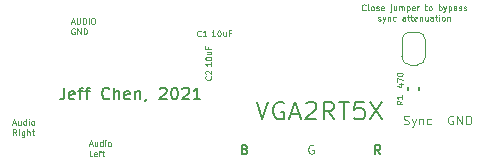
<source format=gbr>
G04 #@! TF.GenerationSoftware,KiCad,Pcbnew,(5.1.10-1-10_14)*
G04 #@! TF.CreationDate,2021-10-22T15:14:23-04:00*
G04 #@! TF.ProjectId,VGA2RT5X,56474132-5254-4355-982e-6b696361645f,1*
G04 #@! TF.SameCoordinates,Original*
G04 #@! TF.FileFunction,Legend,Top*
G04 #@! TF.FilePolarity,Positive*
%FSLAX46Y46*%
G04 Gerber Fmt 4.6, Leading zero omitted, Abs format (unit mm)*
G04 Created by KiCad (PCBNEW (5.1.10-1-10_14)) date 2021-10-22 15:14:23*
%MOMM*%
%LPD*%
G01*
G04 APERTURE LIST*
%ADD10C,0.125000*%
%ADD11C,0.200000*%
%ADD12C,0.127000*%
%ADD13C,0.120000*%
%ADD14C,0.152400*%
%ADD15O,3.117600X1.609600*%
%ADD16C,4.167600*%
%ADD17C,1.801600*%
G04 APERTURE END LIST*
D10*
X147982857Y-94041071D02*
X147959047Y-94064880D01*
X147887619Y-94088690D01*
X147840000Y-94088690D01*
X147768571Y-94064880D01*
X147720952Y-94017261D01*
X147697142Y-93969642D01*
X147673333Y-93874404D01*
X147673333Y-93802976D01*
X147697142Y-93707738D01*
X147720952Y-93660119D01*
X147768571Y-93612500D01*
X147840000Y-93588690D01*
X147887619Y-93588690D01*
X147959047Y-93612500D01*
X147982857Y-93636309D01*
X148268571Y-94088690D02*
X148220952Y-94064880D01*
X148197142Y-94017261D01*
X148197142Y-93588690D01*
X148530476Y-94088690D02*
X148482857Y-94064880D01*
X148459047Y-94041071D01*
X148435238Y-93993452D01*
X148435238Y-93850595D01*
X148459047Y-93802976D01*
X148482857Y-93779166D01*
X148530476Y-93755357D01*
X148601904Y-93755357D01*
X148649523Y-93779166D01*
X148673333Y-93802976D01*
X148697142Y-93850595D01*
X148697142Y-93993452D01*
X148673333Y-94041071D01*
X148649523Y-94064880D01*
X148601904Y-94088690D01*
X148530476Y-94088690D01*
X148887619Y-94064880D02*
X148935238Y-94088690D01*
X149030476Y-94088690D01*
X149078095Y-94064880D01*
X149101904Y-94017261D01*
X149101904Y-93993452D01*
X149078095Y-93945833D01*
X149030476Y-93922023D01*
X148959047Y-93922023D01*
X148911428Y-93898214D01*
X148887619Y-93850595D01*
X148887619Y-93826785D01*
X148911428Y-93779166D01*
X148959047Y-93755357D01*
X149030476Y-93755357D01*
X149078095Y-93779166D01*
X149506666Y-94064880D02*
X149459047Y-94088690D01*
X149363809Y-94088690D01*
X149316190Y-94064880D01*
X149292380Y-94017261D01*
X149292380Y-93826785D01*
X149316190Y-93779166D01*
X149363809Y-93755357D01*
X149459047Y-93755357D01*
X149506666Y-93779166D01*
X149530476Y-93826785D01*
X149530476Y-93874404D01*
X149292380Y-93922023D01*
X150125714Y-93755357D02*
X150125714Y-94183928D01*
X150101904Y-94231547D01*
X150054285Y-94255357D01*
X150030476Y-94255357D01*
X150125714Y-93588690D02*
X150101904Y-93612500D01*
X150125714Y-93636309D01*
X150149523Y-93612500D01*
X150125714Y-93588690D01*
X150125714Y-93636309D01*
X150578095Y-93755357D02*
X150578095Y-94088690D01*
X150363809Y-93755357D02*
X150363809Y-94017261D01*
X150387619Y-94064880D01*
X150435238Y-94088690D01*
X150506666Y-94088690D01*
X150554285Y-94064880D01*
X150578095Y-94041071D01*
X150816190Y-94088690D02*
X150816190Y-93755357D01*
X150816190Y-93802976D02*
X150840000Y-93779166D01*
X150887619Y-93755357D01*
X150959047Y-93755357D01*
X151006666Y-93779166D01*
X151030476Y-93826785D01*
X151030476Y-94088690D01*
X151030476Y-93826785D02*
X151054285Y-93779166D01*
X151101904Y-93755357D01*
X151173333Y-93755357D01*
X151220952Y-93779166D01*
X151244761Y-93826785D01*
X151244761Y-94088690D01*
X151482857Y-93755357D02*
X151482857Y-94255357D01*
X151482857Y-93779166D02*
X151530476Y-93755357D01*
X151625714Y-93755357D01*
X151673333Y-93779166D01*
X151697142Y-93802976D01*
X151720952Y-93850595D01*
X151720952Y-93993452D01*
X151697142Y-94041071D01*
X151673333Y-94064880D01*
X151625714Y-94088690D01*
X151530476Y-94088690D01*
X151482857Y-94064880D01*
X152125714Y-94064880D02*
X152078095Y-94088690D01*
X151982857Y-94088690D01*
X151935238Y-94064880D01*
X151911428Y-94017261D01*
X151911428Y-93826785D01*
X151935238Y-93779166D01*
X151982857Y-93755357D01*
X152078095Y-93755357D01*
X152125714Y-93779166D01*
X152149523Y-93826785D01*
X152149523Y-93874404D01*
X151911428Y-93922023D01*
X152363809Y-94088690D02*
X152363809Y-93755357D01*
X152363809Y-93850595D02*
X152387619Y-93802976D01*
X152411428Y-93779166D01*
X152459047Y-93755357D01*
X152506666Y-93755357D01*
X152982857Y-93755357D02*
X153173333Y-93755357D01*
X153054285Y-93588690D02*
X153054285Y-94017261D01*
X153078095Y-94064880D01*
X153125714Y-94088690D01*
X153173333Y-94088690D01*
X153411428Y-94088690D02*
X153363809Y-94064880D01*
X153340000Y-94041071D01*
X153316190Y-93993452D01*
X153316190Y-93850595D01*
X153340000Y-93802976D01*
X153363809Y-93779166D01*
X153411428Y-93755357D01*
X153482857Y-93755357D01*
X153530476Y-93779166D01*
X153554285Y-93802976D01*
X153578095Y-93850595D01*
X153578095Y-93993452D01*
X153554285Y-94041071D01*
X153530476Y-94064880D01*
X153482857Y-94088690D01*
X153411428Y-94088690D01*
X154173333Y-94088690D02*
X154173333Y-93588690D01*
X154173333Y-93779166D02*
X154220952Y-93755357D01*
X154316190Y-93755357D01*
X154363809Y-93779166D01*
X154387619Y-93802976D01*
X154411428Y-93850595D01*
X154411428Y-93993452D01*
X154387619Y-94041071D01*
X154363809Y-94064880D01*
X154316190Y-94088690D01*
X154220952Y-94088690D01*
X154173333Y-94064880D01*
X154578095Y-93755357D02*
X154697142Y-94088690D01*
X154816190Y-93755357D02*
X154697142Y-94088690D01*
X154649523Y-94207738D01*
X154625714Y-94231547D01*
X154578095Y-94255357D01*
X155006666Y-93755357D02*
X155006666Y-94255357D01*
X155006666Y-93779166D02*
X155054285Y-93755357D01*
X155149523Y-93755357D01*
X155197142Y-93779166D01*
X155220952Y-93802976D01*
X155244761Y-93850595D01*
X155244761Y-93993452D01*
X155220952Y-94041071D01*
X155197142Y-94064880D01*
X155149523Y-94088690D01*
X155054285Y-94088690D01*
X155006666Y-94064880D01*
X155673333Y-94088690D02*
X155673333Y-93826785D01*
X155649523Y-93779166D01*
X155601904Y-93755357D01*
X155506666Y-93755357D01*
X155459047Y-93779166D01*
X155673333Y-94064880D02*
X155625714Y-94088690D01*
X155506666Y-94088690D01*
X155459047Y-94064880D01*
X155435238Y-94017261D01*
X155435238Y-93969642D01*
X155459047Y-93922023D01*
X155506666Y-93898214D01*
X155625714Y-93898214D01*
X155673333Y-93874404D01*
X155887619Y-94064880D02*
X155935238Y-94088690D01*
X156030476Y-94088690D01*
X156078095Y-94064880D01*
X156101904Y-94017261D01*
X156101904Y-93993452D01*
X156078095Y-93945833D01*
X156030476Y-93922023D01*
X155959047Y-93922023D01*
X155911428Y-93898214D01*
X155887619Y-93850595D01*
X155887619Y-93826785D01*
X155911428Y-93779166D01*
X155959047Y-93755357D01*
X156030476Y-93755357D01*
X156078095Y-93779166D01*
X156292380Y-94064880D02*
X156340000Y-94088690D01*
X156435238Y-94088690D01*
X156482857Y-94064880D01*
X156506666Y-94017261D01*
X156506666Y-93993452D01*
X156482857Y-93945833D01*
X156435238Y-93922023D01*
X156363809Y-93922023D01*
X156316190Y-93898214D01*
X156292380Y-93850595D01*
X156292380Y-93826785D01*
X156316190Y-93779166D01*
X156363809Y-93755357D01*
X156435238Y-93755357D01*
X156482857Y-93779166D01*
X149042380Y-94939880D02*
X149090000Y-94963690D01*
X149185238Y-94963690D01*
X149232857Y-94939880D01*
X149256666Y-94892261D01*
X149256666Y-94868452D01*
X149232857Y-94820833D01*
X149185238Y-94797023D01*
X149113809Y-94797023D01*
X149066190Y-94773214D01*
X149042380Y-94725595D01*
X149042380Y-94701785D01*
X149066190Y-94654166D01*
X149113809Y-94630357D01*
X149185238Y-94630357D01*
X149232857Y-94654166D01*
X149423333Y-94630357D02*
X149542380Y-94963690D01*
X149661428Y-94630357D02*
X149542380Y-94963690D01*
X149494761Y-95082738D01*
X149470952Y-95106547D01*
X149423333Y-95130357D01*
X149851904Y-94630357D02*
X149851904Y-94963690D01*
X149851904Y-94677976D02*
X149875714Y-94654166D01*
X149923333Y-94630357D01*
X149994761Y-94630357D01*
X150042380Y-94654166D01*
X150066190Y-94701785D01*
X150066190Y-94963690D01*
X150518571Y-94939880D02*
X150470952Y-94963690D01*
X150375714Y-94963690D01*
X150328095Y-94939880D01*
X150304285Y-94916071D01*
X150280476Y-94868452D01*
X150280476Y-94725595D01*
X150304285Y-94677976D01*
X150328095Y-94654166D01*
X150375714Y-94630357D01*
X150470952Y-94630357D01*
X150518571Y-94654166D01*
X151328095Y-94963690D02*
X151328095Y-94701785D01*
X151304285Y-94654166D01*
X151256666Y-94630357D01*
X151161428Y-94630357D01*
X151113809Y-94654166D01*
X151328095Y-94939880D02*
X151280476Y-94963690D01*
X151161428Y-94963690D01*
X151113809Y-94939880D01*
X151090000Y-94892261D01*
X151090000Y-94844642D01*
X151113809Y-94797023D01*
X151161428Y-94773214D01*
X151280476Y-94773214D01*
X151328095Y-94749404D01*
X151494761Y-94630357D02*
X151685238Y-94630357D01*
X151566190Y-94463690D02*
X151566190Y-94892261D01*
X151590000Y-94939880D01*
X151637619Y-94963690D01*
X151685238Y-94963690D01*
X151780476Y-94630357D02*
X151970952Y-94630357D01*
X151851904Y-94463690D02*
X151851904Y-94892261D01*
X151875714Y-94939880D01*
X151923333Y-94963690D01*
X151970952Y-94963690D01*
X152328095Y-94939880D02*
X152280476Y-94963690D01*
X152185238Y-94963690D01*
X152137619Y-94939880D01*
X152113809Y-94892261D01*
X152113809Y-94701785D01*
X152137619Y-94654166D01*
X152185238Y-94630357D01*
X152280476Y-94630357D01*
X152328095Y-94654166D01*
X152351904Y-94701785D01*
X152351904Y-94749404D01*
X152113809Y-94797023D01*
X152566190Y-94630357D02*
X152566190Y-94963690D01*
X152566190Y-94677976D02*
X152590000Y-94654166D01*
X152637619Y-94630357D01*
X152709047Y-94630357D01*
X152756666Y-94654166D01*
X152780476Y-94701785D01*
X152780476Y-94963690D01*
X153232857Y-94630357D02*
X153232857Y-94963690D01*
X153018571Y-94630357D02*
X153018571Y-94892261D01*
X153042380Y-94939880D01*
X153090000Y-94963690D01*
X153161428Y-94963690D01*
X153209047Y-94939880D01*
X153232857Y-94916071D01*
X153685238Y-94963690D02*
X153685238Y-94701785D01*
X153661428Y-94654166D01*
X153613809Y-94630357D01*
X153518571Y-94630357D01*
X153470952Y-94654166D01*
X153685238Y-94939880D02*
X153637619Y-94963690D01*
X153518571Y-94963690D01*
X153470952Y-94939880D01*
X153447142Y-94892261D01*
X153447142Y-94844642D01*
X153470952Y-94797023D01*
X153518571Y-94773214D01*
X153637619Y-94773214D01*
X153685238Y-94749404D01*
X153851904Y-94630357D02*
X154042380Y-94630357D01*
X153923333Y-94463690D02*
X153923333Y-94892261D01*
X153947142Y-94939880D01*
X153994761Y-94963690D01*
X154042380Y-94963690D01*
X154209047Y-94963690D02*
X154209047Y-94630357D01*
X154209047Y-94463690D02*
X154185238Y-94487500D01*
X154209047Y-94511309D01*
X154232857Y-94487500D01*
X154209047Y-94463690D01*
X154209047Y-94511309D01*
X154518571Y-94963690D02*
X154470952Y-94939880D01*
X154447142Y-94916071D01*
X154423333Y-94868452D01*
X154423333Y-94725595D01*
X154447142Y-94677976D01*
X154470952Y-94654166D01*
X154518571Y-94630357D01*
X154590000Y-94630357D01*
X154637619Y-94654166D01*
X154661428Y-94677976D01*
X154685238Y-94725595D01*
X154685238Y-94868452D01*
X154661428Y-94916071D01*
X154637619Y-94939880D01*
X154590000Y-94963690D01*
X154518571Y-94963690D01*
X154899523Y-94630357D02*
X154899523Y-94963690D01*
X154899523Y-94677976D02*
X154923333Y-94654166D01*
X154970952Y-94630357D01*
X155042380Y-94630357D01*
X155090000Y-94654166D01*
X155113809Y-94701785D01*
X155113809Y-94963690D01*
X150792857Y-100350952D02*
X151126190Y-100350952D01*
X150602380Y-100470000D02*
X150959523Y-100589047D01*
X150959523Y-100279523D01*
X150626190Y-100136666D02*
X150626190Y-99803333D01*
X151126190Y-100017619D01*
X150626190Y-99517619D02*
X150626190Y-99470000D01*
X150650000Y-99422380D01*
X150673809Y-99398571D01*
X150721428Y-99374761D01*
X150816666Y-99350952D01*
X150935714Y-99350952D01*
X151030952Y-99374761D01*
X151078571Y-99398571D01*
X151102380Y-99422380D01*
X151126190Y-99470000D01*
X151126190Y-99517619D01*
X151102380Y-99565238D01*
X151078571Y-99589047D01*
X151030952Y-99612857D01*
X150935714Y-99636666D01*
X150816666Y-99636666D01*
X150721428Y-99612857D01*
X150673809Y-99589047D01*
X150650000Y-99565238D01*
X150626190Y-99517619D01*
D11*
X122474761Y-100622380D02*
X122474761Y-101336666D01*
X122427142Y-101479523D01*
X122331904Y-101574761D01*
X122189047Y-101622380D01*
X122093809Y-101622380D01*
X123331904Y-101574761D02*
X123236666Y-101622380D01*
X123046190Y-101622380D01*
X122950952Y-101574761D01*
X122903333Y-101479523D01*
X122903333Y-101098571D01*
X122950952Y-101003333D01*
X123046190Y-100955714D01*
X123236666Y-100955714D01*
X123331904Y-101003333D01*
X123379523Y-101098571D01*
X123379523Y-101193809D01*
X122903333Y-101289047D01*
X123665238Y-100955714D02*
X124046190Y-100955714D01*
X123808095Y-101622380D02*
X123808095Y-100765238D01*
X123855714Y-100670000D01*
X123950952Y-100622380D01*
X124046190Y-100622380D01*
X124236666Y-100955714D02*
X124617619Y-100955714D01*
X124379523Y-101622380D02*
X124379523Y-100765238D01*
X124427142Y-100670000D01*
X124522380Y-100622380D01*
X124617619Y-100622380D01*
X126284285Y-101527142D02*
X126236666Y-101574761D01*
X126093809Y-101622380D01*
X125998571Y-101622380D01*
X125855714Y-101574761D01*
X125760476Y-101479523D01*
X125712857Y-101384285D01*
X125665238Y-101193809D01*
X125665238Y-101050952D01*
X125712857Y-100860476D01*
X125760476Y-100765238D01*
X125855714Y-100670000D01*
X125998571Y-100622380D01*
X126093809Y-100622380D01*
X126236666Y-100670000D01*
X126284285Y-100717619D01*
X126712857Y-101622380D02*
X126712857Y-100622380D01*
X127141428Y-101622380D02*
X127141428Y-101098571D01*
X127093809Y-101003333D01*
X126998571Y-100955714D01*
X126855714Y-100955714D01*
X126760476Y-101003333D01*
X126712857Y-101050952D01*
X127998571Y-101574761D02*
X127903333Y-101622380D01*
X127712857Y-101622380D01*
X127617619Y-101574761D01*
X127570000Y-101479523D01*
X127570000Y-101098571D01*
X127617619Y-101003333D01*
X127712857Y-100955714D01*
X127903333Y-100955714D01*
X127998571Y-101003333D01*
X128046190Y-101098571D01*
X128046190Y-101193809D01*
X127570000Y-101289047D01*
X128474761Y-100955714D02*
X128474761Y-101622380D01*
X128474761Y-101050952D02*
X128522380Y-101003333D01*
X128617619Y-100955714D01*
X128760476Y-100955714D01*
X128855714Y-101003333D01*
X128903333Y-101098571D01*
X128903333Y-101622380D01*
X129427142Y-101574761D02*
X129427142Y-101622380D01*
X129379523Y-101717619D01*
X129331904Y-101765238D01*
X130570000Y-100717619D02*
X130617619Y-100670000D01*
X130712857Y-100622380D01*
X130950952Y-100622380D01*
X131046190Y-100670000D01*
X131093809Y-100717619D01*
X131141428Y-100812857D01*
X131141428Y-100908095D01*
X131093809Y-101050952D01*
X130522380Y-101622380D01*
X131141428Y-101622380D01*
X131760476Y-100622380D02*
X131855714Y-100622380D01*
X131950952Y-100670000D01*
X131998571Y-100717619D01*
X132046190Y-100812857D01*
X132093809Y-101003333D01*
X132093809Y-101241428D01*
X132046190Y-101431904D01*
X131998571Y-101527142D01*
X131950952Y-101574761D01*
X131855714Y-101622380D01*
X131760476Y-101622380D01*
X131665238Y-101574761D01*
X131617619Y-101527142D01*
X131570000Y-101431904D01*
X131522380Y-101241428D01*
X131522380Y-101003333D01*
X131570000Y-100812857D01*
X131617619Y-100717619D01*
X131665238Y-100670000D01*
X131760476Y-100622380D01*
X132474761Y-100717619D02*
X132522380Y-100670000D01*
X132617619Y-100622380D01*
X132855714Y-100622380D01*
X132950952Y-100670000D01*
X132998571Y-100717619D01*
X133046190Y-100812857D01*
X133046190Y-100908095D01*
X132998571Y-101050952D01*
X132427142Y-101622380D01*
X133046190Y-101622380D01*
X133998571Y-101622380D02*
X133427142Y-101622380D01*
X133712857Y-101622380D02*
X133712857Y-100622380D01*
X133617619Y-100765238D01*
X133522380Y-100860476D01*
X133427142Y-100908095D01*
X138752857Y-101818571D02*
X139252857Y-103318571D01*
X139752857Y-101818571D01*
X141038571Y-101890000D02*
X140895714Y-101818571D01*
X140681428Y-101818571D01*
X140467142Y-101890000D01*
X140324285Y-102032857D01*
X140252857Y-102175714D01*
X140181428Y-102461428D01*
X140181428Y-102675714D01*
X140252857Y-102961428D01*
X140324285Y-103104285D01*
X140467142Y-103247142D01*
X140681428Y-103318571D01*
X140824285Y-103318571D01*
X141038571Y-103247142D01*
X141110000Y-103175714D01*
X141110000Y-102675714D01*
X140824285Y-102675714D01*
X141681428Y-102890000D02*
X142395714Y-102890000D01*
X141538571Y-103318571D02*
X142038571Y-101818571D01*
X142538571Y-103318571D01*
X142967142Y-101961428D02*
X143038571Y-101890000D01*
X143181428Y-101818571D01*
X143538571Y-101818571D01*
X143681428Y-101890000D01*
X143752857Y-101961428D01*
X143824285Y-102104285D01*
X143824285Y-102247142D01*
X143752857Y-102461428D01*
X142895714Y-103318571D01*
X143824285Y-103318571D01*
X145324285Y-103318571D02*
X144824285Y-102604285D01*
X144467142Y-103318571D02*
X144467142Y-101818571D01*
X145038571Y-101818571D01*
X145181428Y-101890000D01*
X145252857Y-101961428D01*
X145324285Y-102104285D01*
X145324285Y-102318571D01*
X145252857Y-102461428D01*
X145181428Y-102532857D01*
X145038571Y-102604285D01*
X144467142Y-102604285D01*
X145752857Y-101818571D02*
X146610000Y-101818571D01*
X146181428Y-103318571D02*
X146181428Y-101818571D01*
X147824285Y-101818571D02*
X147110000Y-101818571D01*
X147038571Y-102532857D01*
X147110000Y-102461428D01*
X147252857Y-102390000D01*
X147610000Y-102390000D01*
X147752857Y-102461428D01*
X147824285Y-102532857D01*
X147895714Y-102675714D01*
X147895714Y-103032857D01*
X147824285Y-103175714D01*
X147752857Y-103247142D01*
X147610000Y-103318571D01*
X147252857Y-103318571D01*
X147110000Y-103247142D01*
X147038571Y-103175714D01*
X148395714Y-101818571D02*
X149395714Y-103318571D01*
X149395714Y-101818571D02*
X148395714Y-103318571D01*
D10*
X151209285Y-103713571D02*
X151316428Y-103749285D01*
X151495000Y-103749285D01*
X151566428Y-103713571D01*
X151602142Y-103677857D01*
X151637857Y-103606428D01*
X151637857Y-103535000D01*
X151602142Y-103463571D01*
X151566428Y-103427857D01*
X151495000Y-103392142D01*
X151352142Y-103356428D01*
X151280714Y-103320714D01*
X151245000Y-103285000D01*
X151209285Y-103213571D01*
X151209285Y-103142142D01*
X151245000Y-103070714D01*
X151280714Y-103035000D01*
X151352142Y-102999285D01*
X151530714Y-102999285D01*
X151637857Y-103035000D01*
X151887857Y-103249285D02*
X152066428Y-103749285D01*
X152245000Y-103249285D02*
X152066428Y-103749285D01*
X151995000Y-103927857D01*
X151959285Y-103963571D01*
X151887857Y-103999285D01*
X152530714Y-103249285D02*
X152530714Y-103749285D01*
X152530714Y-103320714D02*
X152566428Y-103285000D01*
X152637857Y-103249285D01*
X152745000Y-103249285D01*
X152816428Y-103285000D01*
X152852142Y-103356428D01*
X152852142Y-103749285D01*
X153530714Y-103713571D02*
X153459285Y-103749285D01*
X153316428Y-103749285D01*
X153245000Y-103713571D01*
X153209285Y-103677857D01*
X153173571Y-103606428D01*
X153173571Y-103392142D01*
X153209285Y-103320714D01*
X153245000Y-103285000D01*
X153316428Y-103249285D01*
X153459285Y-103249285D01*
X153530714Y-103285000D01*
X155378571Y-103035000D02*
X155307142Y-102999285D01*
X155200000Y-102999285D01*
X155092857Y-103035000D01*
X155021428Y-103106428D01*
X154985714Y-103177857D01*
X154950000Y-103320714D01*
X154950000Y-103427857D01*
X154985714Y-103570714D01*
X155021428Y-103642142D01*
X155092857Y-103713571D01*
X155200000Y-103749285D01*
X155271428Y-103749285D01*
X155378571Y-103713571D01*
X155414285Y-103677857D01*
X155414285Y-103427857D01*
X155271428Y-103427857D01*
X155735714Y-103749285D02*
X155735714Y-102999285D01*
X156164285Y-103749285D01*
X156164285Y-102999285D01*
X156521428Y-103749285D02*
X156521428Y-102999285D01*
X156700000Y-102999285D01*
X156807142Y-103035000D01*
X156878571Y-103106428D01*
X156914285Y-103177857D01*
X156950000Y-103320714D01*
X156950000Y-103427857D01*
X156914285Y-103570714D01*
X156878571Y-103642142D01*
X156807142Y-103713571D01*
X156700000Y-103749285D01*
X156521428Y-103749285D01*
D12*
X149242142Y-106239285D02*
X148992142Y-105882142D01*
X148813571Y-106239285D02*
X148813571Y-105489285D01*
X149099285Y-105489285D01*
X149170714Y-105525000D01*
X149206428Y-105560714D01*
X149242142Y-105632142D01*
X149242142Y-105739285D01*
X149206428Y-105810714D01*
X149170714Y-105846428D01*
X149099285Y-105882142D01*
X148813571Y-105882142D01*
D10*
X143566428Y-105525500D02*
X143495000Y-105489785D01*
X143387857Y-105489785D01*
X143280714Y-105525500D01*
X143209285Y-105596928D01*
X143173571Y-105668357D01*
X143137857Y-105811214D01*
X143137857Y-105918357D01*
X143173571Y-106061214D01*
X143209285Y-106132642D01*
X143280714Y-106204071D01*
X143387857Y-106239785D01*
X143459285Y-106239785D01*
X143566428Y-106204071D01*
X143602142Y-106168357D01*
X143602142Y-105918357D01*
X143459285Y-105918357D01*
D12*
X137783571Y-105846428D02*
X137890714Y-105882142D01*
X137926428Y-105917857D01*
X137962142Y-105989285D01*
X137962142Y-106096428D01*
X137926428Y-106167857D01*
X137890714Y-106203571D01*
X137819285Y-106239285D01*
X137533571Y-106239285D01*
X137533571Y-105489285D01*
X137783571Y-105489285D01*
X137855000Y-105525000D01*
X137890714Y-105560714D01*
X137926428Y-105632142D01*
X137926428Y-105703571D01*
X137890714Y-105775000D01*
X137855000Y-105810714D01*
X137783571Y-105846428D01*
X137533571Y-105846428D01*
D10*
X134926190Y-98495714D02*
X134926190Y-98781428D01*
X134926190Y-98638571D02*
X134426190Y-98638571D01*
X134497619Y-98686190D01*
X134545238Y-98733809D01*
X134569047Y-98781428D01*
X134426190Y-98186190D02*
X134426190Y-98138571D01*
X134450000Y-98090952D01*
X134473809Y-98067142D01*
X134521428Y-98043333D01*
X134616666Y-98019523D01*
X134735714Y-98019523D01*
X134830952Y-98043333D01*
X134878571Y-98067142D01*
X134902380Y-98090952D01*
X134926190Y-98138571D01*
X134926190Y-98186190D01*
X134902380Y-98233809D01*
X134878571Y-98257619D01*
X134830952Y-98281428D01*
X134735714Y-98305238D01*
X134616666Y-98305238D01*
X134521428Y-98281428D01*
X134473809Y-98257619D01*
X134450000Y-98233809D01*
X134426190Y-98186190D01*
X134592857Y-97590952D02*
X134926190Y-97590952D01*
X134592857Y-97805238D02*
X134854761Y-97805238D01*
X134902380Y-97781428D01*
X134926190Y-97733809D01*
X134926190Y-97662380D01*
X134902380Y-97614761D01*
X134878571Y-97590952D01*
X134664285Y-97186190D02*
X134664285Y-97352857D01*
X134926190Y-97352857D02*
X134426190Y-97352857D01*
X134426190Y-97114761D01*
X135244285Y-96286190D02*
X134958571Y-96286190D01*
X135101428Y-96286190D02*
X135101428Y-95786190D01*
X135053809Y-95857619D01*
X135006190Y-95905238D01*
X134958571Y-95929047D01*
X135553809Y-95786190D02*
X135601428Y-95786190D01*
X135649047Y-95810000D01*
X135672857Y-95833809D01*
X135696666Y-95881428D01*
X135720476Y-95976666D01*
X135720476Y-96095714D01*
X135696666Y-96190952D01*
X135672857Y-96238571D01*
X135649047Y-96262380D01*
X135601428Y-96286190D01*
X135553809Y-96286190D01*
X135506190Y-96262380D01*
X135482380Y-96238571D01*
X135458571Y-96190952D01*
X135434761Y-96095714D01*
X135434761Y-95976666D01*
X135458571Y-95881428D01*
X135482380Y-95833809D01*
X135506190Y-95810000D01*
X135553809Y-95786190D01*
X136149047Y-95952857D02*
X136149047Y-96286190D01*
X135934761Y-95952857D02*
X135934761Y-96214761D01*
X135958571Y-96262380D01*
X136006190Y-96286190D01*
X136077619Y-96286190D01*
X136125238Y-96262380D01*
X136149047Y-96238571D01*
X136553809Y-96024285D02*
X136387142Y-96024285D01*
X136387142Y-96286190D02*
X136387142Y-95786190D01*
X136625238Y-95786190D01*
X124596488Y-105435833D02*
X124834583Y-105435833D01*
X124548869Y-105578690D02*
X124715535Y-105078690D01*
X124882202Y-105578690D01*
X125263154Y-105245357D02*
X125263154Y-105578690D01*
X125048869Y-105245357D02*
X125048869Y-105507261D01*
X125072678Y-105554880D01*
X125120297Y-105578690D01*
X125191726Y-105578690D01*
X125239345Y-105554880D01*
X125263154Y-105531071D01*
X125715535Y-105578690D02*
X125715535Y-105078690D01*
X125715535Y-105554880D02*
X125667916Y-105578690D01*
X125572678Y-105578690D01*
X125525059Y-105554880D01*
X125501250Y-105531071D01*
X125477440Y-105483452D01*
X125477440Y-105340595D01*
X125501250Y-105292976D01*
X125525059Y-105269166D01*
X125572678Y-105245357D01*
X125667916Y-105245357D01*
X125715535Y-105269166D01*
X125953630Y-105578690D02*
X125953630Y-105245357D01*
X125953630Y-105078690D02*
X125929821Y-105102500D01*
X125953630Y-105126309D01*
X125977440Y-105102500D01*
X125953630Y-105078690D01*
X125953630Y-105126309D01*
X126263154Y-105578690D02*
X126215535Y-105554880D01*
X126191726Y-105531071D01*
X126167916Y-105483452D01*
X126167916Y-105340595D01*
X126191726Y-105292976D01*
X126215535Y-105269166D01*
X126263154Y-105245357D01*
X126334583Y-105245357D01*
X126382202Y-105269166D01*
X126406011Y-105292976D01*
X126429821Y-105340595D01*
X126429821Y-105483452D01*
X126406011Y-105531071D01*
X126382202Y-105554880D01*
X126334583Y-105578690D01*
X126263154Y-105578690D01*
X124858392Y-106453690D02*
X124620297Y-106453690D01*
X124620297Y-105953690D01*
X125215535Y-106429880D02*
X125167916Y-106453690D01*
X125072678Y-106453690D01*
X125025059Y-106429880D01*
X125001250Y-106382261D01*
X125001250Y-106191785D01*
X125025059Y-106144166D01*
X125072678Y-106120357D01*
X125167916Y-106120357D01*
X125215535Y-106144166D01*
X125239345Y-106191785D01*
X125239345Y-106239404D01*
X125001250Y-106287023D01*
X125382202Y-106120357D02*
X125572678Y-106120357D01*
X125453630Y-106453690D02*
X125453630Y-106025119D01*
X125477440Y-105977500D01*
X125525059Y-105953690D01*
X125572678Y-105953690D01*
X125667916Y-106120357D02*
X125858392Y-106120357D01*
X125739345Y-105953690D02*
X125739345Y-106382261D01*
X125763154Y-106429880D01*
X125810773Y-106453690D01*
X125858392Y-106453690D01*
X118116488Y-103635833D02*
X118354583Y-103635833D01*
X118068869Y-103778690D02*
X118235535Y-103278690D01*
X118402202Y-103778690D01*
X118783154Y-103445357D02*
X118783154Y-103778690D01*
X118568869Y-103445357D02*
X118568869Y-103707261D01*
X118592678Y-103754880D01*
X118640297Y-103778690D01*
X118711726Y-103778690D01*
X118759345Y-103754880D01*
X118783154Y-103731071D01*
X119235535Y-103778690D02*
X119235535Y-103278690D01*
X119235535Y-103754880D02*
X119187916Y-103778690D01*
X119092678Y-103778690D01*
X119045059Y-103754880D01*
X119021250Y-103731071D01*
X118997440Y-103683452D01*
X118997440Y-103540595D01*
X119021250Y-103492976D01*
X119045059Y-103469166D01*
X119092678Y-103445357D01*
X119187916Y-103445357D01*
X119235535Y-103469166D01*
X119473630Y-103778690D02*
X119473630Y-103445357D01*
X119473630Y-103278690D02*
X119449821Y-103302500D01*
X119473630Y-103326309D01*
X119497440Y-103302500D01*
X119473630Y-103278690D01*
X119473630Y-103326309D01*
X119783154Y-103778690D02*
X119735535Y-103754880D01*
X119711726Y-103731071D01*
X119687916Y-103683452D01*
X119687916Y-103540595D01*
X119711726Y-103492976D01*
X119735535Y-103469166D01*
X119783154Y-103445357D01*
X119854583Y-103445357D01*
X119902202Y-103469166D01*
X119926011Y-103492976D01*
X119949821Y-103540595D01*
X119949821Y-103683452D01*
X119926011Y-103731071D01*
X119902202Y-103754880D01*
X119854583Y-103778690D01*
X119783154Y-103778690D01*
X118426011Y-104653690D02*
X118259345Y-104415595D01*
X118140297Y-104653690D02*
X118140297Y-104153690D01*
X118330773Y-104153690D01*
X118378392Y-104177500D01*
X118402202Y-104201309D01*
X118426011Y-104248928D01*
X118426011Y-104320357D01*
X118402202Y-104367976D01*
X118378392Y-104391785D01*
X118330773Y-104415595D01*
X118140297Y-104415595D01*
X118640297Y-104653690D02*
X118640297Y-104320357D01*
X118640297Y-104153690D02*
X118616488Y-104177500D01*
X118640297Y-104201309D01*
X118664107Y-104177500D01*
X118640297Y-104153690D01*
X118640297Y-104201309D01*
X119092678Y-104320357D02*
X119092678Y-104725119D01*
X119068869Y-104772738D01*
X119045059Y-104796547D01*
X118997440Y-104820357D01*
X118926011Y-104820357D01*
X118878392Y-104796547D01*
X119092678Y-104629880D02*
X119045059Y-104653690D01*
X118949821Y-104653690D01*
X118902202Y-104629880D01*
X118878392Y-104606071D01*
X118854583Y-104558452D01*
X118854583Y-104415595D01*
X118878392Y-104367976D01*
X118902202Y-104344166D01*
X118949821Y-104320357D01*
X119045059Y-104320357D01*
X119092678Y-104344166D01*
X119330773Y-104653690D02*
X119330773Y-104153690D01*
X119545059Y-104653690D02*
X119545059Y-104391785D01*
X119521250Y-104344166D01*
X119473630Y-104320357D01*
X119402202Y-104320357D01*
X119354583Y-104344166D01*
X119330773Y-104367976D01*
X119711726Y-104320357D02*
X119902202Y-104320357D01*
X119783154Y-104153690D02*
X119783154Y-104582261D01*
X119806964Y-104629880D01*
X119854583Y-104653690D01*
X119902202Y-104653690D01*
X123056488Y-95095833D02*
X123294583Y-95095833D01*
X123008869Y-95238690D02*
X123175535Y-94738690D01*
X123342202Y-95238690D01*
X123508869Y-94738690D02*
X123508869Y-95143452D01*
X123532678Y-95191071D01*
X123556488Y-95214880D01*
X123604107Y-95238690D01*
X123699345Y-95238690D01*
X123746964Y-95214880D01*
X123770773Y-95191071D01*
X123794583Y-95143452D01*
X123794583Y-94738690D01*
X124032678Y-95238690D02*
X124032678Y-94738690D01*
X124151726Y-94738690D01*
X124223154Y-94762500D01*
X124270773Y-94810119D01*
X124294583Y-94857738D01*
X124318392Y-94952976D01*
X124318392Y-95024404D01*
X124294583Y-95119642D01*
X124270773Y-95167261D01*
X124223154Y-95214880D01*
X124151726Y-95238690D01*
X124032678Y-95238690D01*
X124532678Y-95238690D02*
X124532678Y-94738690D01*
X124866011Y-94738690D02*
X124961250Y-94738690D01*
X125008869Y-94762500D01*
X125056488Y-94810119D01*
X125080297Y-94905357D01*
X125080297Y-95072023D01*
X125056488Y-95167261D01*
X125008869Y-95214880D01*
X124961250Y-95238690D01*
X124866011Y-95238690D01*
X124818392Y-95214880D01*
X124770773Y-95167261D01*
X124746964Y-95072023D01*
X124746964Y-94905357D01*
X124770773Y-94810119D01*
X124818392Y-94762500D01*
X124866011Y-94738690D01*
X123342202Y-95637500D02*
X123294583Y-95613690D01*
X123223154Y-95613690D01*
X123151726Y-95637500D01*
X123104107Y-95685119D01*
X123080297Y-95732738D01*
X123056488Y-95827976D01*
X123056488Y-95899404D01*
X123080297Y-95994642D01*
X123104107Y-96042261D01*
X123151726Y-96089880D01*
X123223154Y-96113690D01*
X123270773Y-96113690D01*
X123342202Y-96089880D01*
X123366011Y-96066071D01*
X123366011Y-95899404D01*
X123270773Y-95899404D01*
X123580297Y-96113690D02*
X123580297Y-95613690D01*
X123866011Y-96113690D01*
X123866011Y-95613690D01*
X124104107Y-96113690D02*
X124104107Y-95613690D01*
X124223154Y-95613690D01*
X124294583Y-95637500D01*
X124342202Y-95685119D01*
X124366011Y-95732738D01*
X124389821Y-95827976D01*
X124389821Y-95899404D01*
X124366011Y-95994642D01*
X124342202Y-96042261D01*
X124294583Y-96089880D01*
X124223154Y-96113690D01*
X124104107Y-96113690D01*
D13*
X151050000Y-98010000D02*
X151050000Y-96610000D01*
X151750000Y-95910000D02*
X152350000Y-95910000D01*
X153050000Y-96610000D02*
X153050000Y-98010000D01*
X152350000Y-98710000D02*
X151750000Y-98710000D01*
X151750000Y-98710000D02*
G75*
G02*
X151050000Y-98010000I0J700000D01*
G01*
X153050000Y-98010000D02*
G75*
G02*
X152350000Y-98710000I-700000J0D01*
G01*
X152350000Y-95910000D02*
G75*
G02*
X153050000Y-96610000I0J-700000D01*
G01*
X151050000Y-96610000D02*
G75*
G02*
X151750000Y-95910000I700000J0D01*
G01*
D12*
X151610000Y-100570000D02*
X151610000Y-100790000D01*
X152510000Y-100570000D02*
X152510000Y-100790000D01*
D10*
X151106190Y-101753333D02*
X150868095Y-101920000D01*
X151106190Y-102039047D02*
X150606190Y-102039047D01*
X150606190Y-101848571D01*
X150630000Y-101800952D01*
X150653809Y-101777142D01*
X150701428Y-101753333D01*
X150772857Y-101753333D01*
X150820476Y-101777142D01*
X150844285Y-101800952D01*
X150868095Y-101848571D01*
X150868095Y-102039047D01*
X151106190Y-101277142D02*
X151106190Y-101562857D01*
X151106190Y-101420000D02*
X150606190Y-101420000D01*
X150677619Y-101467619D01*
X150725238Y-101515238D01*
X150749047Y-101562857D01*
X134026666Y-96248571D02*
X134002857Y-96272380D01*
X133931428Y-96296190D01*
X133883809Y-96296190D01*
X133812380Y-96272380D01*
X133764761Y-96224761D01*
X133740952Y-96177142D01*
X133717142Y-96081904D01*
X133717142Y-96010476D01*
X133740952Y-95915238D01*
X133764761Y-95867619D01*
X133812380Y-95820000D01*
X133883809Y-95796190D01*
X133931428Y-95796190D01*
X134002857Y-95820000D01*
X134026666Y-95843809D01*
X134502857Y-96296190D02*
X134217142Y-96296190D01*
X134360000Y-96296190D02*
X134360000Y-95796190D01*
X134312380Y-95867619D01*
X134264761Y-95915238D01*
X134217142Y-95939047D01*
X134868571Y-99663333D02*
X134892380Y-99687142D01*
X134916190Y-99758571D01*
X134916190Y-99806190D01*
X134892380Y-99877619D01*
X134844761Y-99925238D01*
X134797142Y-99949047D01*
X134701904Y-99972857D01*
X134630476Y-99972857D01*
X134535238Y-99949047D01*
X134487619Y-99925238D01*
X134440000Y-99877619D01*
X134416190Y-99806190D01*
X134416190Y-99758571D01*
X134440000Y-99687142D01*
X134463809Y-99663333D01*
X134463809Y-99472857D02*
X134440000Y-99449047D01*
X134416190Y-99401428D01*
X134416190Y-99282380D01*
X134440000Y-99234761D01*
X134463809Y-99210952D01*
X134511428Y-99187142D01*
X134559047Y-99187142D01*
X134630476Y-99210952D01*
X134916190Y-99496666D01*
X134916190Y-99187142D01*
%LPC*%
D14*
G36*
X151249802Y-96653887D02*
G01*
X151249802Y-96635466D01*
X151250047Y-96630486D01*
X151254857Y-96581655D01*
X151255588Y-96576725D01*
X151265160Y-96528600D01*
X151266372Y-96523763D01*
X151280616Y-96476808D01*
X151282295Y-96472115D01*
X151301072Y-96426782D01*
X151303204Y-96422274D01*
X151326335Y-96379001D01*
X151328897Y-96374727D01*
X151356157Y-96333928D01*
X151359127Y-96329923D01*
X151390255Y-96291994D01*
X151393603Y-96288300D01*
X151428300Y-96253603D01*
X151431994Y-96250255D01*
X151469923Y-96219127D01*
X151473928Y-96216157D01*
X151514727Y-96188897D01*
X151519001Y-96186335D01*
X151562274Y-96163204D01*
X151566782Y-96161072D01*
X151612115Y-96142295D01*
X151616808Y-96140616D01*
X151663763Y-96126372D01*
X151668600Y-96125160D01*
X151716725Y-96115588D01*
X151721655Y-96114857D01*
X151770486Y-96110047D01*
X151775466Y-96109802D01*
X151793887Y-96109802D01*
X151800000Y-96109200D01*
X152300000Y-96109200D01*
X152306113Y-96109802D01*
X152324534Y-96109802D01*
X152329514Y-96110047D01*
X152378345Y-96114857D01*
X152383275Y-96115588D01*
X152431400Y-96125160D01*
X152436237Y-96126372D01*
X152483192Y-96140616D01*
X152487885Y-96142295D01*
X152533218Y-96161072D01*
X152537726Y-96163204D01*
X152580999Y-96186335D01*
X152585273Y-96188897D01*
X152626072Y-96216157D01*
X152630077Y-96219127D01*
X152668006Y-96250255D01*
X152671700Y-96253603D01*
X152706397Y-96288300D01*
X152709745Y-96291994D01*
X152740873Y-96329923D01*
X152743843Y-96333928D01*
X152771103Y-96374727D01*
X152773665Y-96379001D01*
X152796796Y-96422274D01*
X152798928Y-96426782D01*
X152817705Y-96472115D01*
X152819384Y-96476808D01*
X152833628Y-96523763D01*
X152834840Y-96528600D01*
X152844412Y-96576725D01*
X152845143Y-96581655D01*
X152849953Y-96630486D01*
X152850198Y-96635466D01*
X152850198Y-96653887D01*
X152850800Y-96660000D01*
X152850800Y-97160000D01*
X152849824Y-97169911D01*
X152846933Y-97179440D01*
X152842239Y-97188223D01*
X152835921Y-97195921D01*
X152828223Y-97202239D01*
X152819440Y-97206933D01*
X152809911Y-97209824D01*
X152800000Y-97210800D01*
X151300000Y-97210800D01*
X151290089Y-97209824D01*
X151280560Y-97206933D01*
X151271777Y-97202239D01*
X151264079Y-97195921D01*
X151257761Y-97188223D01*
X151253067Y-97179440D01*
X151250176Y-97169911D01*
X151249200Y-97160000D01*
X151249200Y-96660000D01*
X151249802Y-96653887D01*
G37*
G36*
X151250176Y-97450089D02*
G01*
X151253067Y-97440560D01*
X151257761Y-97431777D01*
X151264079Y-97424079D01*
X151271777Y-97417761D01*
X151280560Y-97413067D01*
X151290089Y-97410176D01*
X151300000Y-97409200D01*
X152800000Y-97409200D01*
X152809911Y-97410176D01*
X152819440Y-97413067D01*
X152828223Y-97417761D01*
X152835921Y-97424079D01*
X152842239Y-97431777D01*
X152846933Y-97440560D01*
X152849824Y-97450089D01*
X152850800Y-97460000D01*
X152850800Y-97960000D01*
X152850198Y-97966113D01*
X152850198Y-97984534D01*
X152849953Y-97989514D01*
X152845143Y-98038345D01*
X152844412Y-98043275D01*
X152834840Y-98091400D01*
X152833628Y-98096237D01*
X152819384Y-98143192D01*
X152817705Y-98147885D01*
X152798928Y-98193218D01*
X152796796Y-98197726D01*
X152773665Y-98240999D01*
X152771103Y-98245273D01*
X152743843Y-98286072D01*
X152740873Y-98290077D01*
X152709745Y-98328006D01*
X152706397Y-98331700D01*
X152671700Y-98366397D01*
X152668006Y-98369745D01*
X152630077Y-98400873D01*
X152626072Y-98403843D01*
X152585273Y-98431103D01*
X152580999Y-98433665D01*
X152537726Y-98456796D01*
X152533218Y-98458928D01*
X152487885Y-98477705D01*
X152483192Y-98479384D01*
X152436237Y-98493628D01*
X152431400Y-98494840D01*
X152383275Y-98504412D01*
X152378345Y-98505143D01*
X152329514Y-98509953D01*
X152324534Y-98510198D01*
X152306113Y-98510198D01*
X152300000Y-98510800D01*
X151800000Y-98510800D01*
X151793887Y-98510198D01*
X151775466Y-98510198D01*
X151770486Y-98509953D01*
X151721655Y-98505143D01*
X151716725Y-98504412D01*
X151668600Y-98494840D01*
X151663763Y-98493628D01*
X151616808Y-98479384D01*
X151612115Y-98477705D01*
X151566782Y-98458928D01*
X151562274Y-98456796D01*
X151519001Y-98433665D01*
X151514727Y-98431103D01*
X151473928Y-98403843D01*
X151469923Y-98400873D01*
X151431994Y-98369745D01*
X151428300Y-98366397D01*
X151393603Y-98331700D01*
X151390255Y-98328006D01*
X151359127Y-98290077D01*
X151356157Y-98286072D01*
X151328897Y-98245273D01*
X151326335Y-98240999D01*
X151303204Y-98197726D01*
X151301072Y-98193218D01*
X151282295Y-98147885D01*
X151280616Y-98143192D01*
X151266372Y-98096237D01*
X151265160Y-98091400D01*
X151255588Y-98043275D01*
X151254857Y-98038345D01*
X151250047Y-97989514D01*
X151249802Y-97984534D01*
X151249802Y-97966113D01*
X151249200Y-97960000D01*
X151249200Y-97460000D01*
X151250176Y-97450089D01*
G37*
G36*
G01*
X151595000Y-99414200D02*
X152525000Y-99414200D01*
G75*
G02*
X152575800Y-99465000I0J-50800D01*
G01*
X152575800Y-100255000D01*
G75*
G02*
X152525000Y-100305800I-50800J0D01*
G01*
X151595000Y-100305800D01*
G75*
G02*
X151544200Y-100255000I0J50800D01*
G01*
X151544200Y-99465000D01*
G75*
G02*
X151595000Y-99414200I50800J0D01*
G01*
G37*
G36*
G01*
X151595000Y-101054200D02*
X152525000Y-101054200D01*
G75*
G02*
X152575800Y-101105000I0J-50800D01*
G01*
X152575800Y-101895000D01*
G75*
G02*
X152525000Y-101945800I-50800J0D01*
G01*
X151595000Y-101945800D01*
G75*
G02*
X151544200Y-101895000I0J50800D01*
G01*
X151544200Y-101105000D01*
G75*
G02*
X151595000Y-101054200I50800J0D01*
G01*
G37*
G36*
G01*
X136465800Y-94345000D02*
X136465800Y-95315000D01*
G75*
G02*
X136415000Y-95365800I-50800J0D01*
G01*
X135495000Y-95365800D01*
G75*
G02*
X135444200Y-95315000I0J50800D01*
G01*
X135444200Y-94345000D01*
G75*
G02*
X135495000Y-94294200I50800J0D01*
G01*
X136415000Y-94294200D01*
G75*
G02*
X136465800Y-94345000I0J-50800D01*
G01*
G37*
G36*
G01*
X134915800Y-94345000D02*
X134915800Y-95315000D01*
G75*
G02*
X134865000Y-95365800I-50800J0D01*
G01*
X133945000Y-95365800D01*
G75*
G02*
X133894200Y-95315000I0J50800D01*
G01*
X133894200Y-94345000D01*
G75*
G02*
X133945000Y-94294200I50800J0D01*
G01*
X134865000Y-94294200D01*
G75*
G02*
X134915800Y-94345000I0J-50800D01*
G01*
G37*
G36*
G01*
X135365000Y-97239200D02*
X136335000Y-97239200D01*
G75*
G02*
X136385800Y-97290000I0J-50800D01*
G01*
X136385800Y-98210000D01*
G75*
G02*
X136335000Y-98260800I-50800J0D01*
G01*
X135365000Y-98260800D01*
G75*
G02*
X135314200Y-98210000I0J50800D01*
G01*
X135314200Y-97290000D01*
G75*
G02*
X135365000Y-97239200I50800J0D01*
G01*
G37*
G36*
G01*
X135365000Y-98789200D02*
X136335000Y-98789200D01*
G75*
G02*
X136385800Y-98840000I0J-50800D01*
G01*
X136385800Y-99760000D01*
G75*
G02*
X136335000Y-99810800I-50800J0D01*
G01*
X135365000Y-99810800D01*
G75*
G02*
X135314200Y-99760000I0J50800D01*
G01*
X135314200Y-98840000D01*
G75*
G02*
X135365000Y-98789200I50800J0D01*
G01*
G37*
D15*
X119610000Y-94320000D03*
X117610000Y-96720000D03*
X119610000Y-100420000D03*
X117610000Y-102220000D03*
X119610000Y-105920000D03*
G36*
G01*
X149025800Y-99320000D02*
X149025800Y-101020000D01*
G75*
G02*
X148975000Y-101070800I-50800J0D01*
G01*
X147275000Y-101070800D01*
G75*
G02*
X147224200Y-101020000I0J50800D01*
G01*
X147224200Y-99320000D01*
G75*
G02*
X147275000Y-99269200I50800J0D01*
G01*
X148975000Y-99269200D01*
G75*
G02*
X149025800Y-99320000I0J-50800D01*
G01*
G37*
D16*
X156040000Y-98190000D03*
X131050000Y-98190000D03*
D17*
X145835000Y-100170000D03*
X143545000Y-100170000D03*
X141255000Y-100170000D03*
X138965000Y-100170000D03*
X149270000Y-98190000D03*
X146980000Y-98190000D03*
X144690000Y-98190000D03*
X142400000Y-98190000D03*
X140110000Y-98190000D03*
X148125000Y-96210000D03*
X145835000Y-96210000D03*
X143545000Y-96210000D03*
X141255000Y-96210000D03*
X138965000Y-96210000D03*
G36*
G01*
X148296068Y-104792120D02*
X148296068Y-106842920D01*
G75*
G02*
X147770668Y-107368320I-525400J0D01*
G01*
X146719868Y-107368320D01*
G75*
G02*
X146194468Y-106842920I0J525400D01*
G01*
X146194468Y-104792120D01*
G75*
G02*
X146719868Y-104266720I525400J0D01*
G01*
X147770668Y-104266720D01*
G75*
G02*
X148296068Y-104792120I0J-525400D01*
G01*
G37*
G36*
G01*
X156996068Y-104792120D02*
X156996068Y-106842920D01*
G75*
G02*
X156470668Y-107368320I-525400J0D01*
G01*
X155419868Y-107368320D01*
G75*
G02*
X154894468Y-106842920I0J525400D01*
G01*
X154894468Y-104792120D01*
G75*
G02*
X155419868Y-104266720I525400J0D01*
G01*
X156470668Y-104266720D01*
G75*
G02*
X156996068Y-104792120I0J-525400D01*
G01*
G37*
G36*
G01*
X137076068Y-104792120D02*
X137076068Y-106842920D01*
G75*
G02*
X136550668Y-107368320I-525400J0D01*
G01*
X135499868Y-107368320D01*
G75*
G02*
X134974468Y-106842920I0J525400D01*
G01*
X134974468Y-104792120D01*
G75*
G02*
X135499868Y-104266720I525400J0D01*
G01*
X136550668Y-104266720D01*
G75*
G02*
X137076068Y-104792120I0J-525400D01*
G01*
G37*
G36*
G01*
X142686068Y-104792120D02*
X142686068Y-106842920D01*
G75*
G02*
X142160668Y-107368320I-525400J0D01*
G01*
X141109868Y-107368320D01*
G75*
G02*
X140584468Y-106842920I0J525400D01*
G01*
X140584468Y-104792120D01*
G75*
G02*
X141109868Y-104266720I525400J0D01*
G01*
X142160668Y-104266720D01*
G75*
G02*
X142686068Y-104792120I0J-525400D01*
G01*
G37*
G36*
G01*
X153436068Y-104792120D02*
X153436068Y-106842920D01*
G75*
G02*
X152910668Y-107368320I-525400J0D01*
G01*
X151859868Y-107368320D01*
G75*
G02*
X151334468Y-106842920I0J525400D01*
G01*
X151334468Y-104792120D01*
G75*
G02*
X151859868Y-104266720I525400J0D01*
G01*
X152910668Y-104266720D01*
G75*
G02*
X153436068Y-104792120I0J-525400D01*
G01*
G37*
G36*
G01*
X124316068Y-104792120D02*
X124316068Y-106842920D01*
G75*
G02*
X123790668Y-107368320I-525400J0D01*
G01*
X122739868Y-107368320D01*
G75*
G02*
X122214468Y-106842920I0J525400D01*
G01*
X122214468Y-104792120D01*
G75*
G02*
X122739868Y-104266720I525400J0D01*
G01*
X123790668Y-104266720D01*
G75*
G02*
X124316068Y-104792120I0J-525400D01*
G01*
G37*
G36*
G01*
X117826068Y-103192120D02*
X117826068Y-105242920D01*
G75*
G02*
X117300668Y-105768320I-525400J0D01*
G01*
X116249868Y-105768320D01*
G75*
G02*
X115724468Y-105242920I0J525400D01*
G01*
X115724468Y-103192120D01*
G75*
G02*
X116249868Y-102666720I525400J0D01*
G01*
X117300668Y-102666720D01*
G75*
G02*
X117826068Y-103192120I0J-525400D01*
G01*
G37*
G36*
G01*
X122766068Y-94442120D02*
X122766068Y-96492920D01*
G75*
G02*
X122240668Y-97018320I-525400J0D01*
G01*
X121189868Y-97018320D01*
G75*
G02*
X120664468Y-96492920I0J525400D01*
G01*
X120664468Y-94442120D01*
G75*
G02*
X121189868Y-93916720I525400J0D01*
G01*
X122240668Y-93916720D01*
G75*
G02*
X122766068Y-94442120I0J-525400D01*
G01*
G37*
M02*

</source>
